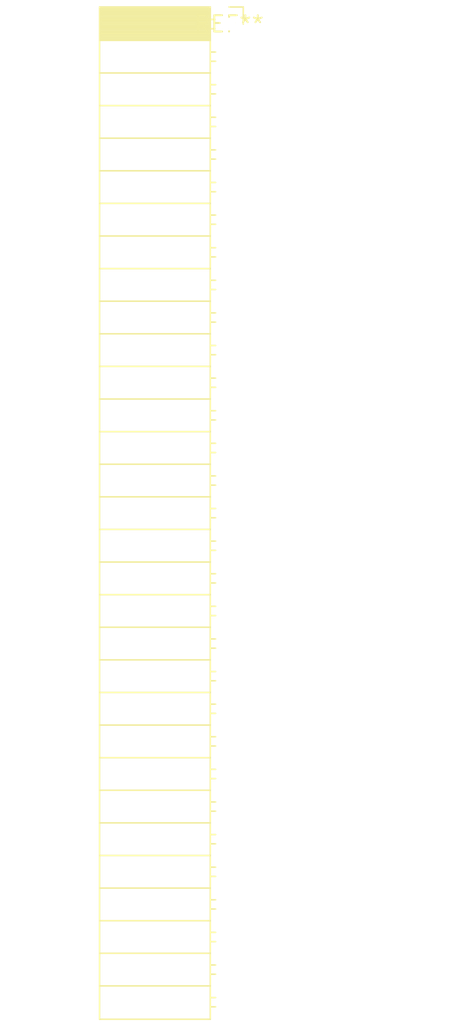
<source format=kicad_pcb>
(kicad_pcb (version 20240108) (generator pcbnew)
  (layers (0 "F.Cu" signal) (31 "B.Cu" signal) (34 "B.Paste" user) (35 "F.Paste" user) (36 "B.SilkS" user "B.Silkscreen") (37 "F.SilkS" user "F.Silkscreen") (38 "B.Mask" user) (39 "F.Mask" user) (44 "Edge.Cuts" user))
  (net 0 "")
  (footprint "PinSocket_1x31_P2.54mm_Horizontal" (layer "F.Cu") (at 0 0)
    (property "Reference" "REF**")
    (property "Value" "PinSocket_1x31_P2.54mm_Horizontal")
    (fp_line (start -10.09 -1.33) (end -10.09 77.53) (layer "F.SilkS") (stroke (width 0.12)))
    (fp_line (start -10.09 -1.33) (end -1.46 -1.33) (layer "F.SilkS") (stroke (width 0.12)))
    (fp_line (start -10.09 -1.21) (end -1.46 -1.21) (layer "F.SilkS") (stroke (width 0.12)))
    (fp_line (start -10.09 -1.091905) (end -1.46 -1.091905) (layer "F.SilkS") (stroke (width 0.12)))
    (fp_line (start -10.09 -0.97381) (end -1.46 -0.97381) (layer "F.SilkS") (stroke (width 0.12)))
    (fp_line (start -10.09 -0.855715) (end -1.46 -0.855715) (layer "F.SilkS") (stroke (width 0.12)))
    (fp_line (start -10.09 -0.73762) (end -1.46 -0.73762) (layer "F.SilkS") (stroke (width 0.12)))
    (fp_line (start -10.09 -0.619525) (end -1.46 -0.619525) (layer "F.SilkS") (stroke (width 0.12)))
    (fp_line (start -10.09 -0.50143) (end -1.46 -0.50143) (layer "F.SilkS") (stroke (width 0.12)))
    (fp_line (start -10.09 -0.383335) (end -1.46 -0.383335) (layer "F.SilkS") (stroke (width 0.12)))
    (fp_line (start -10.09 -0.26524) (end -1.46 -0.26524) (layer "F.SilkS") (stroke (width 0.12)))
    (fp_line (start -10.09 -0.147145) (end -1.46 -0.147145) (layer "F.SilkS") (stroke (width 0.12)))
    (fp_line (start -10.09 -0.02905) (end -1.46 -0.02905) (layer "F.SilkS") (stroke (width 0.12)))
    (fp_line (start -10.09 0.089045) (end -1.46 0.089045) (layer "F.SilkS") (stroke (width 0.12)))
    (fp_line (start -10.09 0.20714) (end -1.46 0.20714) (layer "F.SilkS") (stroke (width 0.12)))
    (fp_line (start -10.09 0.325235) (end -1.46 0.325235) (layer "F.SilkS") (stroke (width 0.12)))
    (fp_line (start -10.09 0.44333) (end -1.46 0.44333) (layer "F.SilkS") (stroke (width 0.12)))
    (fp_line (start -10.09 0.561425) (end -1.46 0.561425) (layer "F.SilkS") (stroke (width 0.12)))
    (fp_line (start -10.09 0.67952) (end -1.46 0.67952) (layer "F.SilkS") (stroke (width 0.12)))
    (fp_line (start -10.09 0.797615) (end -1.46 0.797615) (layer "F.SilkS") (stroke (width 0.12)))
    (fp_line (start -10.09 0.91571) (end -1.46 0.91571) (layer "F.SilkS") (stroke (width 0.12)))
    (fp_line (start -10.09 1.033805) (end -1.46 1.033805) (layer "F.SilkS") (stroke (width 0.12)))
    (fp_line (start -10.09 1.1519) (end -1.46 1.1519) (layer "F.SilkS") (stroke (width 0.12)))
    (fp_line (start -10.09 1.27) (end -1.46 1.27) (layer "F.SilkS") (stroke (width 0.12)))
    (fp_line (start -10.09 3.81) (end -1.46 3.81) (layer "F.SilkS") (stroke (width 0.12)))
    (fp_line (start -10.09 6.35) (end -1.46 6.35) (layer "F.SilkS") (stroke (width 0.12)))
    (fp_line (start -10.09 8.89) (end -1.46 8.89) (layer "F.SilkS") (stroke (width 0.12)))
    (fp_line (start -10.09 11.43) (end -1.46 11.43) (layer "F.SilkS") (stroke (width 0.12)))
    (fp_line (start -10.09 13.97) (end -1.46 13.97) (layer "F.SilkS") (stroke (width 0.12)))
    (fp_line (start -10.09 16.51) (end -1.46 16.51) (layer "F.SilkS") (stroke (width 0.12)))
    (fp_line (start -10.09 19.05) (end -1.46 19.05) (layer "F.SilkS") (stroke (width 0.12)))
    (fp_line (start -10.09 21.59) (end -1.46 21.59) (layer "F.SilkS") (stroke (width 0.12)))
    (fp_line (start -10.09 24.13) (end -1.46 24.13) (layer "F.SilkS") (stroke (width 0.12)))
    (fp_line (start -10.09 26.67) (end -1.46 26.67) (layer "F.SilkS") (stroke (width 0.12)))
    (fp_line (start -10.09 29.21) (end -1.46 29.21) (layer "F.SilkS") (stroke (width 0.12)))
    (fp_line (start -10.09 31.75) (end -1.46 31.75) (layer "F.SilkS") (stroke (width 0.12)))
    (fp_line (start -10.09 34.29) (end -1.46 34.29) (layer "F.SilkS") (stroke (width 0.12)))
    (fp_line (start -10.09 36.83) (end -1.46 36.83) (layer "F.SilkS") (stroke (width 0.12)))
    (fp_line (start -10.09 39.37) (end -1.46 39.37) (layer "F.SilkS") (stroke (width 0.12)))
    (fp_line (start -10.09 41.91) (end -1.46 41.91) (layer "F.SilkS") (stroke (width 0.12)))
    (fp_line (start -10.09 44.45) (end -1.46 44.45) (layer "F.SilkS") (stroke (width 0.12)))
    (fp_line (start -10.09 46.99) (end -1.46 46.99) (layer "F.SilkS") (stroke (width 0.12)))
    (fp_line (start -10.09 49.53) (end -1.46 49.53) (layer "F.SilkS") (stroke (width 0.12)))
    (fp_line (start -10.09 52.07) (end -1.46 52.07) (layer "F.SilkS") (stroke (width 0.12)))
    (fp_line (start -10.09 54.61) (end -1.46 54.61) (layer "F.SilkS") (stroke (width 0.12)))
    (fp_line (start -10.09 57.15) (end -1.46 57.15) (layer "F.SilkS") (stroke (width 0.12)))
    (fp_line (start -10.09 59.69) (end -1.46 59.69) (layer "F.SilkS") (stroke (width 0.12)))
    (fp_line (start -10.09 62.23) (end -1.46 62.23) (layer "F.SilkS") (stroke (width 0.12)))
    (fp_line (start -10.09 64.77) (end -1.46 64.77) (layer "F.SilkS") (stroke (width 0.12)))
    (fp_line (start -10.09 67.31) (end -1.46 67.31) (layer "F.SilkS") (stroke (width 0.12)))
    (fp_line (start -10.09 69.85) (end -1.46 69.85) (layer "F.SilkS") (stroke (width 0.12)))
    (fp_line (start -10.09 72.39) (end -1.46 72.39) (layer "F.SilkS") (stroke (width 0.12)))
    (fp_line (start -10.09 74.93) (end -1.46 74.93) (layer "F.SilkS") (stroke (width 0.12)))
    (fp_line (start -10.09 77.53) (end -1.46 77.53) (layer "F.SilkS") (stroke (width 0.12)))
    (fp_line (start -1.46 -1.33) (end -1.46 77.53) (layer "F.SilkS") (stroke (width 0.12)))
    (fp_line (start -1.46 -0.36) (end -1.11 -0.36) (layer "F.SilkS") (stroke (width 0.12)))
    (fp_line (start -1.46 0.36) (end -1.11 0.36) (layer "F.SilkS") (stroke (width 0.12)))
    (fp_line (start -1.46 2.18) (end -1.05 2.18) (layer "F.SilkS") (stroke (width 0.12)))
    (fp_line (start -1.46 2.9) (end -1.05 2.9) (layer "F.SilkS") (stroke (width 0.12)))
    (fp_line (start -1.46 4.72) (end -1.05 4.72) (layer "F.SilkS") (stroke (width 0.12)))
    (fp_line (start -1.46 5.44) (end -1.05 5.44) (layer "F.SilkS") (stroke (width 0.12)))
    (fp_line (start -1.46 7.26) (end -1.05 7.26) (layer "F.SilkS") (stroke (width 0.12)))
    (fp_line (start -1.46 7.98) (end -1.05 7.98) (layer "F.SilkS") (stroke (width 0.12)))
    (fp_line (start -1.46 9.8) (end -1.05 9.8) (layer "F.SilkS") (stroke (width 0.12)))
    (fp_line (start -1.46 10.52) (end -1.05 10.52) (layer "F.SilkS") (stroke (width 0.12)))
    (fp_line (start -1.46 12.34) (end -1.05 12.34) (layer "F.SilkS") (stroke (width 0.12)))
    (fp_line (start -1.46 13.06) (end -1.05 13.06) (layer "F.SilkS") (stroke (width 0.12)))
    (fp_line (start -1.46 14.88) (end -1.05 14.88) (layer "F.SilkS") (stroke (width 0.12)))
    (fp_line (start -1.46 15.6) (end -1.05 15.6) (layer "F.SilkS") (stroke (width 0.12)))
    (fp_line (start -1.46 17.42) (end -1.05 17.42) (layer "F.SilkS") (stroke (width 0.12)))
    (fp_line (start -1.46 18.14) (end -1.05 18.14) (layer "F.SilkS") (stroke (width 0.12)))
    (fp_line (start -1.46 19.96) (end -1.05 19.96) (layer "F.SilkS") (stroke (width 0.12)))
    (fp_line (start -1.46 20.68) (end -1.05 20.68) (layer "F.SilkS") (stroke (width 0.12)))
    (fp_line (start -1.46 22.5) (end -1.05 22.5) (layer "F.SilkS") (stroke (width 0.12)))
    (fp_line (start -1.46 23.22) (end -1.05 23.22) (layer "F.SilkS") (stroke (width 0.12)))
    (fp_line (start -1.46 25.04) (end -1.05 25.04) (layer "F.SilkS") (stroke (width 0.12)))
    (fp_line (start -1.46 25.76) (end -1.05 25.76) (layer "F.SilkS") (stroke (width 0.12)))
    (fp_line (start -1.46 27.58) (end -1.05 27.58) (layer "F.SilkS") (stroke (width 0.12)))
    (fp_line (start -1.46 28.3) (end -1.05 28.3) (layer "F.SilkS") (stroke (width 0.12)))
    (fp_line (start -1.46 30.12) (end -1.05 30.12) (layer "F.SilkS") (stroke (width 0.12)))
    (fp_line (start -1.46 30.84) (end -1.05 30.84) (layer "F.SilkS") (stroke (width 0.12)))
    (fp_line (start -1.46 32.66) (end -1.05 32.66) (layer "F.SilkS") (stroke (width 0.12)))
    (fp_line (start -1.46 33.38) (end -1.05 33.38) (layer "F.SilkS") (stroke (width 0.12)))
    (fp_line (start -1.46 35.2) (end -1.05 35.2) (layer "F.SilkS") (stroke (width 0.12)))
    (fp_line (start -1.46 35.92) (end -1.05 35.92) (layer "F.SilkS") (stroke (width 0.12)))
    (fp_line (start -1.46 37.74) (end -1.05 37.74) (layer "F.SilkS") (stroke (width 0.12)))
    (fp_line (start -1.46 38.46) (end -1.05 38.46) (layer "F.SilkS") (stroke (width 0.12)))
    (fp_line (start -1.46 40.28) (end -1.05 40.28) (layer "F.SilkS") (stroke (width 0.12)))
    (fp_line (start -1.46 41) (end -1.05 41) (layer "F.SilkS") (stroke (width 0.12)))
    (fp_line (start -1.46 42.82) (end -1.05 42.82) (layer "F.SilkS") (stroke (width 0.12)))
    (fp_line (start -1.46 43.54) (end -1.05 43.54) (layer "F.SilkS") (stroke (width 0.12)))
    (fp_line (start -1.46 45.36) (end -1.05 45.36) (layer "F.SilkS") (stroke (width 0.12)))
    (fp_line (start -1.46 46.08) (end -1.05 46.08) (layer "F.SilkS") (stroke (width 0.12)))
    (fp_line (start -1.46 47.9) (end -1.05 47.9) (layer "F.SilkS") (stroke (width 0.12)))
    (fp_line (start -1.46 48.62) (end -1.05 48.62) (layer "F.SilkS") (stroke (width 0.12)))
    (fp_line (start -1.46 50.44) (end -1.05 50.44) (layer "F.SilkS") (stroke (width 0.12)))
    (fp_line (start -1.46 51.16) (end -1.05 51.16) (layer "F.SilkS") (stroke (width 0.12)))
    (fp_line (start -1.46 52.98) (end -1.05 52.98) (layer "F.SilkS") (stroke (width 0.12)))
    (fp_line (start -1.46 53.7) (end -1.05 53.7) (layer "F.SilkS") (stroke (width 0.12)))
    (fp_line (start -1.46 55.52) (end -1.05 55.52) (layer "F.SilkS") (stroke (width 0.12)))
    (fp_line (start -1.46 56.24) (end -1.05 56.24) (layer "F.SilkS") (stroke (width 0.12)))
    (fp_line (start -1.46 58.06) (end -1.05 58.06) (layer "F.SilkS") (stroke (width 0.12)))
    (fp_line (start -1.46 58.78) (end -1.05 58.78) (layer "F.SilkS") (stroke (width 0.12)))
    (fp_line (start -1.46 60.6) (end -1.05 60.6) (layer "F.SilkS") (stroke (width 0.12)))
    (fp_line (start -1.46 61.32) (end -1.05 61.32) (layer "F.SilkS") (stroke (width 0.12)))
    (fp_line (start -1.46 63.14) (end -1.05 63.14) (layer "F.SilkS") (stroke (width 0.12)))
    (fp_line (start -1.46 63.86) (end -1.05 63.86) (layer "F.SilkS") (stroke (width 0.12)))
    (fp_line (start -1.46 65.68) (end -1.05 65.68) (layer "F.SilkS") (stroke (width 0.12)))
    (fp_line (start -1.46 66.4) (end -1.05 66.4) (layer "F.SilkS") (stroke (width 0.12)))
    (fp_line (start -1.46 68.22) (end -1.05 68.22) (layer "F.SilkS") (stroke (width 0.12)))
    (fp_line (start -1.46 68.94) (end -1.05 68.94) (layer "F.SilkS") (stroke (width 0.12)))
    (fp_line (start -1.46 70.76) (end -1.05 70.76) (layer "F.SilkS") (stroke (width 0.12)))
    (fp_line (start -1.46 71.48) (end -1.05 71.48) (layer "F.SilkS") (stroke (width 0.12)))
    (fp_line (start -1.46 73.3) (end -1.05 73.3) (layer "F.SilkS") (stroke (width 0.12)))
    (fp_line (start -1.46 74.02) (end -1.05 74.02) (layer "F.SilkS") (stroke (width 0.12)))
    (fp_line (start -1.46 75.84) (end -1.05 75.84) (layer "F.SilkS") (stroke (width 0.12)))
    (fp_line (start -1.46 76.56) (end -1.05 76.56) (layer "F.SilkS") (stroke (width 0.12)))
    (fp_line (start 0 -1.33) (end 1.11 -1.33) (layer "F.SilkS") (stroke (width 0.12)))
    (fp_line (start 1.11 -1.33) (end 1.11 0) (layer "F.SilkS") (stroke (width 0.12)))
    (pad "1" thru_hole rect (at 0 0) (size 1.7 1.7) (drill 1) (layers *.Cu *.Mask) (remove_unused_layers))
    (pad "2" thru_hole oval (at 0 2.54) (size 1.7 1.7) (drill 1) (layers *.Cu *.Mask) (remove_unused_layers))
    (pad "3" thru_hole oval (at 0 5.08) (size 1.7 1.7) (drill 1) (layers *.Cu *.Mask) (remove_unused_layers))
    (pad "4" thru_hole oval (at 0 7.62) (size 1.7 1.7) (drill 1) (layers *.Cu *.Mask) (remove_unused_layers))
    (pad "5" thru_hole oval (at 0 10.16) (size 1.7 1.7) (drill 1) (layers *.Cu *.Mask) (remove_unused_layers))
    (pad "6" thru_hole oval (at 0 12.7) (size 1.7 1.7) (drill 1) (layers *.Cu *.Mask) (remove_unused_layers))
    (pad "7" thru_hole oval (at 0 15.24) (size 1.7 1.7) (drill 1) (layers *.Cu *.Mask) (remove_unused_layers))
    (pad "8" thru_hole oval (at 0 17.78) (size 1.7 1.7) (drill 1) (layers *.Cu *.Mask) (remove_unused_layers))
    (pad "9" thru_hole oval (at 0 20.32) (size 1.7 1.7) (drill 1) (layers *.Cu *.Mask) (remove_unused_layers))
    (pad "10" thru_hole oval (at 0 22.86) (size 1.7 1.7) (drill 1) (layers *.Cu *.Mask) (remove_unused_layers))
    (pad "11" thru_hole oval (at 0 25.4) (size 1.7 1.7) (drill 1) (layers *.Cu *.Mask) (remove_unused_layers))
    (pad "12" thru_hole oval (at 0 27.94) (size 1.7 1.7) (drill 1) (layers *.Cu *.Mask) (remove_unused_layers))
    (pad "13" thru_hole oval (at 0 30.48) (size 1.7 1.7) (drill 1) (layers *.Cu *.Mask) (remove_unused_layers))
    (pad "14" thru_hole oval (at 0 33.02) (size 1.7 1.7) (drill 1) (layers *.Cu *.Mask) (remove_unused_layers))
    (pad "15" thru_hole oval (at 0 35.56) (size 1.7 1.7) (drill 1) (layers *.Cu *.Mask) (remove_unused_layers))
    (pad "16" thru_hole oval (at 0 38.1) (size 1.7 1.7) (drill 1) (layers *.Cu *.Mask) (remove_unused_layers))
    (pad "17" thru_hole oval (at 0 40.64) (size 1.7 1.7) (drill 1) (layers *.Cu *.Mask) (remove_unused_layers))
    (pad "18" thru_hole oval (at 0 43.18) (size 1.7 1.7) (drill 1) (layers *.Cu *.Mask) (remove_unused_layers))
    (pad "19" thru_hole oval (at 0 45.72) (size 1.7 1.7) (drill 1) (layers *.Cu *.Mask) (remove_unused_layers))
    (pad "20" thru_hole oval (at 0 48.26) (size 1.7 1.7) (drill 1) (layers *.Cu *.Mask) (remove_unused_layers))
    (pad "21" thru_hole oval (at 0 50.8) (size 1.7 1.7) (drill 1) (layers *.Cu *.Mask) (remove_unused_layers))
    (pad "22" thru_hole oval (at 0 53.34) (size 1.7 1.7) (drill 1) (layers *.Cu *.Mask) (remove_unused_layers))
    (pad "23" thru_hole oval (at 0 55.88) (size 1.7 1.7) (drill 1) (layers *.Cu *.Mask) (remove_unused_layers))
    (pad "24" thru_hole oval (at 0 58.42) (size 1.7 1.7) (drill 1) (layers *.Cu *.Mask) (remove_unused_layers))
    (pad "25" thru_hole oval (at 0 60.96) (size 1.7 1.7) (drill 1) (layers *.Cu *.Mask) (remove_unused_layers))
    (pad "26" thru_hole oval (at 0 63.5) (size 1.7 1.7) (drill 1) (layers *.Cu *.Mask) (remove_unused_layers))
    (pad "27" thru_hole oval (at 0 66.04) (size 1.7 1.7) (drill 1) (layers *.Cu *.Mask) (remove_unused_layers))
    (pad "28" thru_hole oval (at 0 68.58) (size 1.7 1.7) (drill 1) (layers *.Cu *.Mask) (remove_unused_layers))
    (pad "29" thru_hole oval (at 0 71.12) (size 1.7 1.7) (drill 1) (layers *.Cu *.Mask) (remove_unused_layers))
    (pad "30" thru_hole oval (at 0 73.66) (size 1.7 1.7) (drill 1) (layers *.Cu *.Mask) (remove_unused_layers))
    (pad "31" thru_hole oval (at 0 76.2) (size 1.7 1.7) (drill 1) (layers *.Cu *.Mask) (remove_unused_layers))
  )
)
</source>
